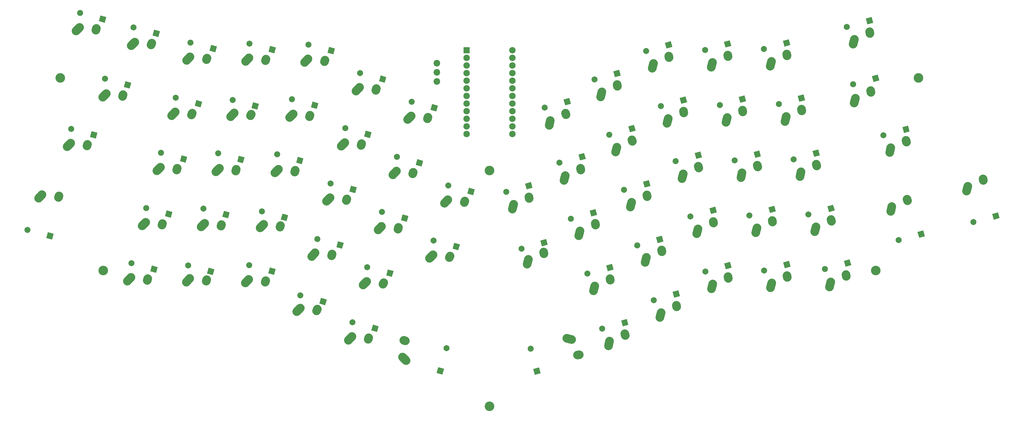
<source format=gbr>
%TF.GenerationSoftware,KiCad,Pcbnew,4.0.7*%
%TF.CreationDate,2018-09-12T19:18:30-05:00*%
%TF.ProjectId,ergo60tilt,6572676F363074696C742E6B69636164,rev?*%
%TF.FileFunction,Soldermask,Top*%
%FSLAX46Y46*%
G04 Gerber Fmt 4.6, Leading zero omitted, Abs format (unit mm)*
G04 Created by KiCad (PCBNEW 4.0.7) date 09/12/18 19:18:30*
%MOMM*%
%LPD*%
G01*
G04 APERTURE LIST*
%ADD10C,0.100000*%
%ADD11C,2.000000*%
%ADD12C,3.200000*%
%ADD13C,2.900000*%
%ADD14R,2.152600X2.152600*%
%ADD15C,2.152600*%
%ADD16C,2.200000*%
G04 APERTURE END LIST*
D10*
G36*
X36744232Y-20154347D02*
X36226594Y-22086199D01*
X34294742Y-21568561D01*
X34812380Y-19636709D01*
X36744232Y-20154347D01*
X36744232Y-20154347D01*
G37*
D11*
X27985265Y-18842666D03*
D10*
G36*
X54570092Y-24930771D02*
X54052454Y-26862623D01*
X52120602Y-26344985D01*
X52638240Y-24413133D01*
X54570092Y-24930771D01*
X54570092Y-24930771D01*
G37*
D11*
X45811125Y-23619090D03*
D10*
G36*
X45039367Y-42099032D02*
X44521729Y-44030884D01*
X42589877Y-43513246D01*
X43107515Y-41581394D01*
X45039367Y-42099032D01*
X45039367Y-42099032D01*
G37*
D11*
X36280400Y-40787351D03*
D10*
G36*
X33783559Y-58805059D02*
X33265921Y-60736911D01*
X31334069Y-60219273D01*
X31851707Y-58287421D01*
X33783559Y-58805059D01*
X33783559Y-58805059D01*
G37*
D11*
X25024592Y-57493378D03*
D10*
G36*
X19209539Y-92495046D02*
X18691901Y-94426898D01*
X16760049Y-93909260D01*
X17277687Y-91977408D01*
X19209539Y-92495046D01*
X19209539Y-92495046D01*
G37*
D11*
X10450572Y-91183365D03*
D10*
G36*
X73546006Y-30015352D02*
X73028368Y-31947204D01*
X71096516Y-31429566D01*
X71614154Y-29497714D01*
X73546006Y-30015352D01*
X73546006Y-30015352D01*
G37*
D11*
X64787039Y-28703671D03*
D10*
G36*
X68615502Y-48416239D02*
X68097864Y-50348091D01*
X66166012Y-49830453D01*
X66683650Y-47898601D01*
X68615502Y-48416239D01*
X68615502Y-48416239D01*
G37*
D11*
X59856535Y-47104558D03*
D10*
G36*
X63685000Y-66817126D02*
X63167362Y-68748978D01*
X61235510Y-68231340D01*
X61753148Y-66299488D01*
X63685000Y-66817126D01*
X63685000Y-66817126D01*
G37*
D11*
X54926033Y-65505445D03*
D10*
G36*
X58754497Y-85218013D02*
X58236859Y-87149865D01*
X56305007Y-86632227D01*
X56822645Y-84700375D01*
X58754497Y-85218013D01*
X58754497Y-85218013D01*
G37*
D11*
X49995530Y-83906332D03*
D10*
G36*
X53823994Y-103618900D02*
X53306356Y-105550752D01*
X51374504Y-105033114D01*
X51892142Y-103101262D01*
X53823994Y-103618900D01*
X53823994Y-103618900D01*
G37*
D11*
X45065027Y-102307219D03*
D10*
G36*
X93179518Y-30345633D02*
X92661880Y-32277485D01*
X90730028Y-31759847D01*
X91247666Y-29827995D01*
X93179518Y-30345633D01*
X93179518Y-30345633D01*
G37*
D11*
X84420551Y-29033952D03*
D10*
G36*
X87519910Y-49167469D02*
X87002272Y-51099321D01*
X85070420Y-50581683D01*
X85588058Y-48649831D01*
X87519910Y-49167469D01*
X87519910Y-49167469D01*
G37*
D11*
X78760943Y-47855788D03*
D10*
G36*
X82743486Y-66993329D02*
X82225848Y-68925181D01*
X80293996Y-68407543D01*
X80811634Y-66475691D01*
X82743486Y-66993329D01*
X82743486Y-66993329D01*
G37*
D11*
X73984519Y-65681648D03*
D10*
G36*
X77812983Y-85394215D02*
X77295345Y-87326067D01*
X75363493Y-86808429D01*
X75881131Y-84876577D01*
X77812983Y-85394215D01*
X77812983Y-85394215D01*
G37*
D11*
X69054016Y-84082534D03*
D10*
G36*
X72728401Y-104370130D02*
X72210763Y-106301982D01*
X70278911Y-105784344D01*
X70796549Y-103852492D01*
X72728401Y-104370130D01*
X72728401Y-104370130D01*
G37*
D11*
X63969434Y-103058449D03*
D10*
G36*
X112813031Y-30675914D02*
X112295393Y-32607766D01*
X110363541Y-32090128D01*
X110881179Y-30158276D01*
X112813031Y-30675914D01*
X112813031Y-30675914D01*
G37*
D11*
X104054064Y-29364233D03*
D10*
G36*
X107307501Y-48922723D02*
X106789863Y-50854575D01*
X104858011Y-50336937D01*
X105375649Y-48405085D01*
X107307501Y-48922723D01*
X107307501Y-48922723D01*
G37*
D11*
X98548534Y-47611042D03*
D10*
G36*
X102376998Y-67323610D02*
X101859360Y-69255462D01*
X99927508Y-68737824D01*
X100445146Y-66805972D01*
X102376998Y-67323610D01*
X102376998Y-67323610D01*
G37*
D11*
X93618031Y-66011929D03*
D10*
G36*
X97292417Y-86299524D02*
X96774779Y-88231376D01*
X94842927Y-87713738D01*
X95360565Y-85781886D01*
X97292417Y-86299524D01*
X97292417Y-86299524D01*
G37*
D11*
X88533450Y-84987843D03*
D10*
G36*
X93091020Y-104279462D02*
X92573382Y-106211314D01*
X90641530Y-105693676D01*
X91159168Y-103761824D01*
X93091020Y-104279462D01*
X93091020Y-104279462D01*
G37*
D11*
X84332053Y-102967781D03*
D10*
G36*
X129981293Y-40206639D02*
X129463655Y-42138491D01*
X127531803Y-41620853D01*
X128049441Y-39689001D01*
X129981293Y-40206639D01*
X129981293Y-40206639D01*
G37*
D11*
X121222326Y-38894958D03*
D10*
G36*
X125050790Y-58607526D02*
X124533152Y-60539378D01*
X122601300Y-60021740D01*
X123118938Y-58089888D01*
X125050790Y-58607526D01*
X125050790Y-58607526D01*
G37*
D11*
X116291823Y-57295845D03*
D10*
G36*
X120120287Y-77008412D02*
X119602649Y-78940264D01*
X117670797Y-78422626D01*
X118188435Y-76490774D01*
X120120287Y-77008412D01*
X120120287Y-77008412D01*
G37*
D11*
X111361320Y-75696731D03*
D10*
G36*
X115764812Y-95563378D02*
X115247174Y-97495230D01*
X113315322Y-96977592D01*
X113832960Y-95045740D01*
X115764812Y-95563378D01*
X115764812Y-95563378D01*
G37*
D11*
X107005845Y-94251697D03*
D10*
G36*
X110105203Y-114385213D02*
X109587565Y-116317065D01*
X107655713Y-115799427D01*
X108173351Y-113867575D01*
X110105203Y-114385213D01*
X110105203Y-114385213D01*
G37*
D11*
X101346236Y-113073532D03*
D10*
G36*
X147149554Y-49737364D02*
X146631916Y-51669216D01*
X144700064Y-51151578D01*
X145217702Y-49219726D01*
X147149554Y-49737364D01*
X147149554Y-49737364D01*
G37*
D11*
X138390587Y-48425683D03*
D10*
G36*
X142219051Y-68138250D02*
X141701413Y-70070102D01*
X139769561Y-69552464D01*
X140287199Y-67620612D01*
X142219051Y-68138250D01*
X142219051Y-68138250D01*
G37*
D11*
X133460084Y-66826569D03*
D10*
G36*
X137288548Y-86539137D02*
X136770910Y-88470989D01*
X134839058Y-87953351D01*
X135356696Y-86021499D01*
X137288548Y-86539137D01*
X137288548Y-86539137D01*
G37*
D11*
X128529581Y-85227456D03*
D10*
G36*
X132358046Y-104940025D02*
X131840408Y-106871877D01*
X129908556Y-106354239D01*
X130426194Y-104422387D01*
X132358046Y-104940025D01*
X132358046Y-104940025D01*
G37*
D11*
X123599079Y-103628344D03*
D10*
G36*
X127427543Y-123340911D02*
X126909905Y-125272763D01*
X124978053Y-124755125D01*
X125495691Y-122823273D01*
X127427543Y-123340911D01*
X127427543Y-123340911D01*
G37*
D11*
X118668576Y-122029230D03*
D10*
G36*
X159387312Y-77668975D02*
X158869674Y-79600827D01*
X156937822Y-79083189D01*
X157455460Y-77151337D01*
X159387312Y-77668975D01*
X159387312Y-77668975D01*
G37*
D11*
X150628345Y-76357294D03*
D10*
G36*
X154456810Y-96069862D02*
X153939172Y-98001714D01*
X152007320Y-97484076D01*
X152524958Y-95552224D01*
X154456810Y-96069862D01*
X154456810Y-96069862D01*
G37*
D11*
X145697843Y-94758181D03*
D10*
G36*
X148656183Y-139451428D02*
X146724331Y-138933790D01*
X147241969Y-137001938D01*
X149173821Y-137519576D01*
X148656183Y-139451428D01*
X148656183Y-139451428D01*
G37*
D11*
X149967864Y-130692461D03*
D10*
G36*
X199627530Y-84273467D02*
X200145168Y-86205319D01*
X198213316Y-86722957D01*
X197695678Y-84791105D01*
X199627530Y-84273467D01*
X199627530Y-84273467D01*
G37*
D11*
X191386201Y-87517000D03*
D10*
G36*
X205133062Y-102520276D02*
X205650700Y-104452128D01*
X203718848Y-104969766D01*
X203201210Y-103037914D01*
X205133062Y-102520276D01*
X205133062Y-102520276D01*
G37*
D11*
X196891733Y-105763809D03*
D10*
G36*
X210063565Y-120921163D02*
X210581203Y-122853015D01*
X208649351Y-123370653D01*
X208131713Y-121438801D01*
X210063565Y-120921163D01*
X210063565Y-120921163D01*
G37*
D11*
X201822236Y-124164696D03*
D10*
G36*
X178103795Y-75249226D02*
X178621433Y-77181078D01*
X176689581Y-77698716D01*
X176171943Y-75766864D01*
X178103795Y-75249226D01*
X178103795Y-75249226D01*
G37*
D11*
X169862466Y-78492759D03*
D10*
G36*
X183188376Y-94225141D02*
X183706014Y-96156993D01*
X181774162Y-96674631D01*
X181256524Y-94742779D01*
X183188376Y-94225141D01*
X183188376Y-94225141D01*
G37*
D11*
X174947047Y-97468674D03*
D10*
G36*
X181300703Y-139050468D02*
X179368851Y-139568106D01*
X178851213Y-137636254D01*
X180783065Y-137118616D01*
X181300703Y-139050468D01*
X181300703Y-139050468D01*
G37*
D11*
X178057170Y-130809139D03*
D10*
G36*
X239469584Y-83458828D02*
X239987222Y-85390680D01*
X238055370Y-85908318D01*
X237537732Y-83976466D01*
X239469584Y-83458828D01*
X239469584Y-83458828D01*
G37*
D11*
X231228255Y-86702361D03*
D10*
G36*
X244400087Y-101859714D02*
X244917725Y-103791566D01*
X242985873Y-104309204D01*
X242468235Y-102377352D01*
X244400087Y-101859714D01*
X244400087Y-101859714D01*
G37*
D11*
X236158758Y-105103247D03*
D10*
G36*
X207509815Y-37786890D02*
X208027453Y-39718742D01*
X206095601Y-40236380D01*
X205577963Y-38304528D01*
X207509815Y-37786890D01*
X207509815Y-37786890D01*
G37*
D11*
X199268486Y-41030423D03*
D10*
G36*
X212440318Y-56187778D02*
X212957956Y-58119630D01*
X211026104Y-58637268D01*
X210508466Y-56705416D01*
X212440318Y-56187778D01*
X212440318Y-56187778D01*
G37*
D11*
X204198989Y-59431311D03*
D10*
G36*
X217370820Y-74588665D02*
X217888458Y-76520517D01*
X215956606Y-77038155D01*
X215438968Y-75106303D01*
X217370820Y-74588665D01*
X217370820Y-74588665D01*
G37*
D11*
X209129491Y-77832198D03*
D10*
G36*
X221726294Y-93143630D02*
X222243932Y-95075482D01*
X220312080Y-95593120D01*
X219794442Y-93661268D01*
X221726294Y-93143630D01*
X221726294Y-93143630D01*
G37*
D11*
X213484965Y-96387163D03*
D10*
G36*
X227231826Y-111390439D02*
X227749464Y-113322291D01*
X225817612Y-113839929D01*
X225299974Y-111908077D01*
X227231826Y-111390439D01*
X227231826Y-111390439D01*
G37*
D11*
X218990497Y-114633972D03*
D10*
G36*
X190916580Y-47163537D02*
X191434218Y-49095389D01*
X189502366Y-49613027D01*
X188984728Y-47681175D01*
X190916580Y-47163537D01*
X190916580Y-47163537D01*
G37*
D11*
X182675251Y-50407070D03*
D10*
G36*
X195847083Y-65564424D02*
X196364721Y-67496276D01*
X194432869Y-68013914D01*
X193915231Y-66082062D01*
X195847083Y-65564424D01*
X195847083Y-65564424D01*
G37*
D11*
X187605754Y-68807957D03*
D10*
G36*
X284242139Y-101045074D02*
X284759777Y-102976926D01*
X282827925Y-103494564D01*
X282310287Y-101562712D01*
X284242139Y-101045074D01*
X284242139Y-101045074D01*
G37*
D11*
X276000810Y-104288607D03*
D10*
G36*
X244311588Y-27925885D02*
X244829226Y-29857737D01*
X242897374Y-30375375D01*
X242379736Y-28443523D01*
X244311588Y-27925885D01*
X244311588Y-27925885D01*
G37*
D11*
X236070259Y-31169418D03*
D10*
G36*
X249242091Y-46326772D02*
X249759729Y-48258624D01*
X247827877Y-48776262D01*
X247310239Y-46844410D01*
X249242091Y-46326772D01*
X249242091Y-46326772D01*
G37*
D11*
X241000762Y-49570305D03*
D10*
G36*
X254172594Y-64727659D02*
X254690232Y-66659511D01*
X252758380Y-67177149D01*
X252240742Y-65245297D01*
X254172594Y-64727659D01*
X254172594Y-64727659D01*
G37*
D11*
X245931265Y-67971192D03*
D10*
G36*
X259103097Y-83128546D02*
X259620735Y-85060398D01*
X257688883Y-85578036D01*
X257171245Y-83646184D01*
X259103097Y-83128546D01*
X259103097Y-83128546D01*
G37*
D11*
X250861768Y-86372079D03*
D10*
G36*
X264033599Y-101529433D02*
X264551237Y-103461285D01*
X262619385Y-103978923D01*
X262101747Y-102047071D01*
X264033599Y-101529433D01*
X264033599Y-101529433D01*
G37*
D11*
X255792270Y-104772966D03*
D10*
G36*
X224678076Y-28256167D02*
X225195714Y-30188019D01*
X223263862Y-30705657D01*
X222746224Y-28773805D01*
X224678076Y-28256167D01*
X224678076Y-28256167D01*
G37*
D11*
X216436747Y-31499700D03*
D10*
G36*
X229608579Y-46657053D02*
X230126217Y-48588905D01*
X228194365Y-49106543D01*
X227676727Y-47174691D01*
X229608579Y-46657053D01*
X229608579Y-46657053D01*
G37*
D11*
X221367250Y-49900586D03*
D10*
G36*
X234539082Y-65057940D02*
X235056720Y-66989792D01*
X233124868Y-67507430D01*
X232607230Y-65575578D01*
X234539082Y-65057940D01*
X234539082Y-65057940D01*
G37*
D11*
X226297753Y-68301473D03*
D10*
G36*
X291546432Y-20199850D02*
X292064070Y-22131702D01*
X290132218Y-22649340D01*
X289614580Y-20717488D01*
X291546432Y-20199850D01*
X291546432Y-20199850D01*
G37*
D11*
X283305103Y-23443383D03*
D10*
G36*
X293601795Y-39371128D02*
X294119433Y-41302980D01*
X292187581Y-41820618D01*
X291669943Y-39888766D01*
X293601795Y-39371128D01*
X293601795Y-39371128D01*
G37*
D11*
X285360466Y-42614661D03*
D10*
G36*
X303707548Y-56385311D02*
X304225186Y-58317163D01*
X302293334Y-58834801D01*
X301775696Y-56902949D01*
X303707548Y-56385311D01*
X303707548Y-56385311D01*
G37*
D11*
X295466219Y-59628844D03*
D10*
G36*
X308772968Y-91390494D02*
X309290606Y-93322346D01*
X307358754Y-93839984D01*
X306841116Y-91908132D01*
X308772968Y-91390494D01*
X308772968Y-91390494D01*
G37*
D11*
X300531639Y-94634027D03*
D10*
G36*
X333653239Y-85340158D02*
X334170877Y-87272010D01*
X332239025Y-87789648D01*
X331721387Y-85857796D01*
X333653239Y-85340158D01*
X333653239Y-85340158D01*
G37*
D11*
X325411910Y-88583691D03*
D10*
G36*
X263945101Y-27595604D02*
X264462739Y-29527456D01*
X262530887Y-30045094D01*
X262013249Y-28113242D01*
X263945101Y-27595604D01*
X263945101Y-27595604D01*
G37*
D11*
X255703772Y-30839137D03*
D10*
G36*
X268875604Y-45996492D02*
X269393242Y-47928344D01*
X267461390Y-48445982D01*
X266943752Y-46514130D01*
X268875604Y-45996492D01*
X268875604Y-45996492D01*
G37*
D11*
X260634275Y-49240025D03*
D10*
G36*
X273806107Y-64397378D02*
X274323745Y-66329230D01*
X272391893Y-66846868D01*
X271874255Y-64915016D01*
X273806107Y-64397378D01*
X273806107Y-64397378D01*
G37*
D11*
X265564778Y-67640911D03*
D10*
G36*
X278736610Y-82798265D02*
X279254248Y-84730117D01*
X277322396Y-85247755D01*
X276804758Y-83315903D01*
X278736610Y-82798265D01*
X278736610Y-82798265D01*
G37*
D11*
X270495281Y-86041798D03*
D12*
X35718750Y-104775000D03*
X164306250Y-71437500D03*
X292893750Y-104775000D03*
X164306250Y-150018750D03*
X21431250Y-40481250D03*
X307181250Y-40481250D03*
D13*
X258194489Y-34996869D02*
X257789065Y-36616909D01*
X263265652Y-32520604D02*
X263377314Y-33089754D01*
X64614368Y-33475051D02*
X63453240Y-34675335D01*
X70244255Y-33866123D02*
X70056383Y-34414853D01*
X84247881Y-33805332D02*
X83086753Y-35005616D01*
X89877768Y-34196404D02*
X89689896Y-34745134D01*
X103881393Y-34135613D02*
X102720265Y-35335897D01*
X109511280Y-34526685D02*
X109323408Y-35075415D01*
X121049655Y-43666337D02*
X119888527Y-44866621D01*
X126679542Y-44057409D02*
X126491670Y-44606139D01*
X138217916Y-53197062D02*
X137056788Y-54397346D01*
X143847803Y-53588134D02*
X143659931Y-54136864D01*
X184590940Y-54718880D02*
X184185516Y-56338920D01*
X189662103Y-52242615D02*
X189773765Y-52811765D01*
X201759201Y-45188155D02*
X201353777Y-46808195D01*
X206830364Y-42711890D02*
X206942026Y-43281040D01*
X218927464Y-35657431D02*
X218522040Y-37277471D01*
X223998627Y-33181166D02*
X224110289Y-33750316D01*
X238560976Y-35327150D02*
X238155552Y-36947190D01*
X243632139Y-32850885D02*
X243743801Y-33420035D01*
X54753363Y-70276825D02*
X53592235Y-71477109D01*
X60383250Y-70667897D02*
X60195378Y-71216627D01*
X123426408Y-108399723D02*
X122265280Y-109600007D01*
X129056295Y-108790795D02*
X128868423Y-109339525D01*
X285795819Y-27601114D02*
X285390395Y-29221154D01*
X290866982Y-25124849D02*
X290978644Y-25693999D01*
X89089885Y-89338274D02*
X87928757Y-90538558D01*
X94719772Y-89729346D02*
X94531900Y-90278076D01*
X268055494Y-71798643D02*
X267650070Y-73418683D01*
X273126657Y-69322378D02*
X273238319Y-69891528D01*
X233718972Y-90860092D02*
X233313548Y-92480132D01*
X238790135Y-88383827D02*
X238901797Y-88952977D01*
X94020388Y-70937387D02*
X92859260Y-72137671D01*
X99650275Y-71328459D02*
X99462403Y-71877189D01*
X27812595Y-23614045D02*
X26651467Y-24814329D01*
X33442482Y-24005117D02*
X33254610Y-24553847D01*
X238649475Y-109260980D02*
X238244051Y-110881020D01*
X243720638Y-106784715D02*
X243832300Y-107353865D01*
X98950891Y-52536499D02*
X97789763Y-53736783D01*
X104580778Y-52927571D02*
X104392906Y-53476301D01*
X191699361Y-127807425D02*
X190079321Y-127402001D01*
X194175626Y-132878588D02*
X193606476Y-132990250D01*
X297956935Y-63786576D02*
X297551511Y-65406616D01*
X303028098Y-61310311D02*
X303139760Y-61879461D01*
X46213481Y-28544548D02*
X45052353Y-29744832D01*
X51843368Y-28935620D02*
X51655496Y-29484350D01*
X111188649Y-80468111D02*
X110027521Y-81668395D01*
X116818536Y-80859183D02*
X116630664Y-81407913D01*
X101327644Y-117269885D02*
X100166516Y-118470169D01*
X106957531Y-117660957D02*
X106769659Y-118209687D01*
X128356910Y-89998836D02*
X127195782Y-91199120D01*
X133986797Y-90389908D02*
X133798925Y-90938638D01*
X194451947Y-91520655D02*
X194046523Y-93140695D01*
X199523110Y-89044390D02*
X199634772Y-89613540D01*
X223857966Y-54058318D02*
X223452542Y-55678358D01*
X228929129Y-51582053D02*
X229040791Y-52151203D01*
X211620208Y-81989930D02*
X211214784Y-83609970D01*
X216691371Y-79513665D02*
X216803033Y-80082815D01*
X228788468Y-72459205D02*
X228383044Y-74079245D01*
X233859631Y-69982940D02*
X233971293Y-70552090D01*
X248421980Y-72128924D02*
X248016556Y-73748964D01*
X253493143Y-69652659D02*
X253604805Y-70221809D01*
X84159382Y-107739160D02*
X82998254Y-108939444D01*
X89789269Y-108130232D02*
X89601397Y-108678962D01*
X150455674Y-81128674D02*
X149294546Y-82328958D01*
X156085561Y-81519746D02*
X155897689Y-82068476D01*
X44892357Y-107078599D02*
X43731229Y-108278883D01*
X50522244Y-107469671D02*
X50334372Y-108018401D01*
X221481213Y-118791703D02*
X221075789Y-120411743D01*
X226552376Y-116315438D02*
X226664038Y-116884588D01*
X118495905Y-126800610D02*
X117334777Y-128000894D01*
X124125792Y-127191682D02*
X123937920Y-127740412D01*
X216550711Y-100390817D02*
X216145287Y-102010857D01*
X221621874Y-97914552D02*
X221733536Y-98483702D01*
X199382449Y-109921541D02*
X198977025Y-111541581D01*
X204453612Y-107445276D02*
X204565274Y-108014426D01*
X24851921Y-62264758D02*
X23690793Y-63465042D01*
X30481808Y-62655830D02*
X30293936Y-63204560D01*
X243491479Y-53728037D02*
X243086055Y-55348077D01*
X248562642Y-51251772D02*
X248674304Y-51820922D01*
X263124992Y-53397756D02*
X262719568Y-55017796D01*
X268196155Y-50921491D02*
X268307817Y-51490641D01*
X253352483Y-90529811D02*
X252947059Y-92149851D01*
X258423646Y-88053546D02*
X258535308Y-88622696D01*
X145525172Y-99529560D02*
X144364044Y-100729844D01*
X151155059Y-99920632D02*
X150967187Y-100469362D01*
X177283685Y-101051379D02*
X176878261Y-102671419D01*
X182354848Y-98575114D02*
X182466510Y-99144264D01*
X286126099Y-47234628D02*
X285720675Y-48854668D01*
X291197262Y-44758363D02*
X291308924Y-45327513D01*
X59683865Y-51875938D02*
X58522737Y-53076222D01*
X65313752Y-52267010D02*
X65125880Y-52815740D01*
X272985996Y-90199530D02*
X272580572Y-91819570D01*
X278057159Y-87723265D02*
X278168821Y-88292415D01*
X116119152Y-62067224D02*
X114958024Y-63267508D01*
X121749039Y-62458296D02*
X121561167Y-63007026D01*
X204312951Y-128322428D02*
X203907527Y-129942468D01*
X209384114Y-125846163D02*
X209495776Y-126415313D01*
X172353183Y-82650492D02*
X171947759Y-84270532D01*
X177424346Y-80174227D02*
X177536008Y-80743377D01*
X323588436Y-76640647D02*
X323183012Y-78260687D01*
X328659599Y-74164382D02*
X328771261Y-74733532D01*
X277916499Y-108600417D02*
X277511075Y-110220457D01*
X282987662Y-106124152D02*
X283099324Y-106693302D01*
X298287215Y-83420089D02*
X297881791Y-85040129D01*
X303358378Y-80943824D02*
X303470040Y-81512974D01*
X74386876Y-70607105D02*
X73225748Y-71807389D01*
X80016763Y-70998177D02*
X79828891Y-71546907D01*
X15321197Y-79433019D02*
X14160069Y-80633303D01*
X20951084Y-79824091D02*
X20763212Y-80372821D01*
X135351495Y-133632964D02*
X136551779Y-134794092D01*
X135742567Y-128003077D02*
X136291297Y-128190949D01*
X133287413Y-71597949D02*
X132126285Y-72798233D01*
X138917300Y-71989021D02*
X138729428Y-72537751D01*
X36682757Y-45712809D02*
X35521629Y-46913093D01*
X42312644Y-46103881D02*
X42124772Y-46652611D01*
X206689704Y-63589043D02*
X206284280Y-65209083D01*
X211760867Y-61112778D02*
X211872529Y-61681928D01*
X258282987Y-108930698D02*
X257877563Y-110550738D01*
X263354150Y-106454433D02*
X263465812Y-107023583D01*
X106258146Y-98868999D02*
X105097018Y-100069283D01*
X111888033Y-99260071D02*
X111700161Y-99808801D01*
X79317378Y-52206219D02*
X78156250Y-53406503D01*
X84947265Y-52597291D02*
X84759393Y-53146021D01*
X64525870Y-107408880D02*
X63364742Y-108609164D01*
X70155757Y-107799952D02*
X69967885Y-108348682D01*
X69456373Y-89007993D02*
X68295245Y-90208277D01*
X75086260Y-89399065D02*
X74898388Y-89947795D01*
X189521444Y-73119767D02*
X189116020Y-74739807D01*
X194592607Y-70643502D02*
X194704269Y-71212652D01*
X49822860Y-88677712D02*
X48661732Y-89877996D01*
X55452747Y-89068784D02*
X55264875Y-89617514D01*
D14*
X156686250Y-31273750D03*
D15*
X156686250Y-33813750D03*
X156686250Y-36353750D03*
X156686250Y-38893750D03*
X156686250Y-41433750D03*
X156686250Y-43973750D03*
X156686250Y-46513750D03*
X156686250Y-49053750D03*
X156686250Y-51593750D03*
X156686250Y-54133750D03*
X156686250Y-56673750D03*
X156686250Y-59213750D03*
X171926250Y-59213750D03*
X171926250Y-56673750D03*
X171926250Y-54133750D03*
X171926250Y-51593750D03*
X171926250Y-49053750D03*
X171926250Y-46513750D03*
X171926250Y-43973750D03*
X171926250Y-41433750D03*
X171926250Y-38893750D03*
X171926250Y-36353750D03*
X171926250Y-33813750D03*
X171926250Y-31273750D03*
D16*
X146812000Y-41656000D03*
X146812000Y-35560000D03*
X146812000Y-38608000D03*
M02*

</source>
